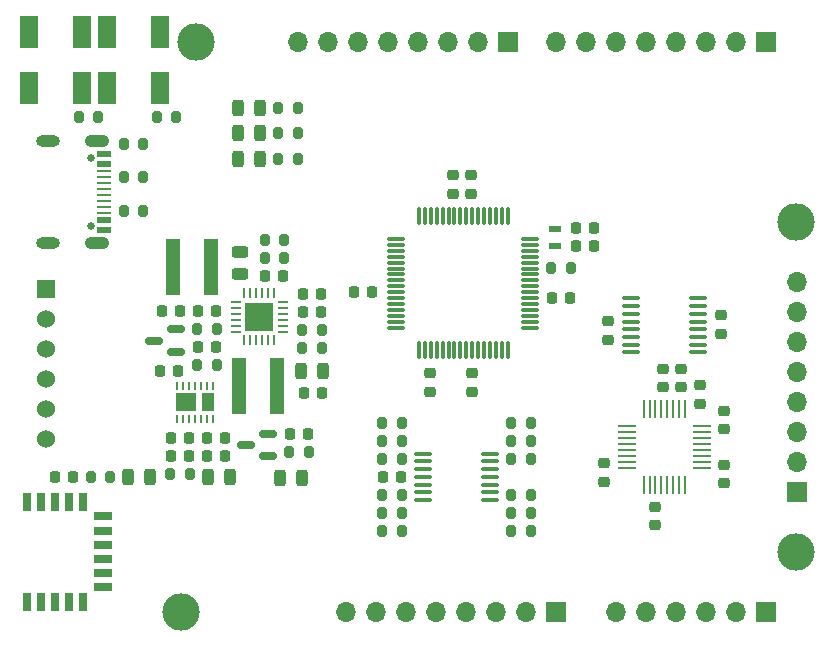
<source format=gbr>
%TF.GenerationSoftware,KiCad,Pcbnew,(6.0.7-1)-1*%
%TF.CreationDate,2023-03-19T13:44:45-04:00*%
%TF.ProjectId,smu_base,736d755f-6261-4736-952e-6b696361645f,rev?*%
%TF.SameCoordinates,Original*%
%TF.FileFunction,Soldermask,Top*%
%TF.FilePolarity,Negative*%
%FSLAX46Y46*%
G04 Gerber Fmt 4.6, Leading zero omitted, Abs format (unit mm)*
G04 Created by KiCad (PCBNEW (6.0.7-1)-1) date 2023-03-19 13:44:45*
%MOMM*%
%LPD*%
G01*
G04 APERTURE LIST*
G04 Aperture macros list*
%AMRoundRect*
0 Rectangle with rounded corners*
0 $1 Rounding radius*
0 $2 $3 $4 $5 $6 $7 $8 $9 X,Y pos of 4 corners*
0 Add a 4 corners polygon primitive as box body*
4,1,4,$2,$3,$4,$5,$6,$7,$8,$9,$2,$3,0*
0 Add four circle primitives for the rounded corners*
1,1,$1+$1,$2,$3*
1,1,$1+$1,$4,$5*
1,1,$1+$1,$6,$7*
1,1,$1+$1,$8,$9*
0 Add four rect primitives between the rounded corners*
20,1,$1+$1,$2,$3,$4,$5,0*
20,1,$1+$1,$4,$5,$6,$7,0*
20,1,$1+$1,$6,$7,$8,$9,0*
20,1,$1+$1,$8,$9,$2,$3,0*%
G04 Aperture macros list end*
%ADD10RoundRect,0.050000X-0.350000X-0.075000X0.350000X-0.075000X0.350000X0.075000X-0.350000X0.075000X0*%
%ADD11RoundRect,0.050000X0.075000X-0.350000X0.075000X0.350000X-0.075000X0.350000X-0.075000X-0.350000X0*%
%ADD12R,2.450000X2.450000*%
%ADD13C,0.609600*%
%ADD14RoundRect,0.225000X0.225000X0.250000X-0.225000X0.250000X-0.225000X-0.250000X0.225000X-0.250000X0*%
%ADD15RoundRect,0.243750X-0.243750X-0.456250X0.243750X-0.456250X0.243750X0.456250X-0.243750X0.456250X0*%
%ADD16RoundRect,0.225000X-0.225000X-0.250000X0.225000X-0.250000X0.225000X0.250000X-0.225000X0.250000X0*%
%ADD17RoundRect,0.200000X-0.200000X-0.275000X0.200000X-0.275000X0.200000X0.275000X-0.200000X0.275000X0*%
%ADD18R,1.700000X1.700000*%
%ADD19O,1.700000X1.700000*%
%ADD20R,0.250000X0.700000*%
%ADD21R,1.805000X1.650000*%
%ADD22R,1.070000X1.650000*%
%ADD23R,1.100000X0.600000*%
%ADD24RoundRect,0.225000X-0.250000X0.225000X-0.250000X-0.225000X0.250000X-0.225000X0.250000X0.225000X0*%
%ADD25RoundRect,0.243750X-0.456250X0.243750X-0.456250X-0.243750X0.456250X-0.243750X0.456250X0.243750X0*%
%ADD26RoundRect,0.075000X-0.662500X-0.075000X0.662500X-0.075000X0.662500X0.075000X-0.662500X0.075000X0*%
%ADD27RoundRect,0.075000X-0.075000X-0.662500X0.075000X-0.662500X0.075000X0.662500X-0.075000X0.662500X0*%
%ADD28RoundRect,0.200000X0.200000X0.275000X-0.200000X0.275000X-0.200000X-0.275000X0.200000X-0.275000X0*%
%ADD29RoundRect,0.225000X0.250000X-0.225000X0.250000X0.225000X-0.250000X0.225000X-0.250000X-0.225000X0*%
%ADD30C,3.175000*%
%ADD31RoundRect,0.062500X0.662500X0.062500X-0.662500X0.062500X-0.662500X-0.062500X0.662500X-0.062500X0*%
%ADD32RoundRect,0.062500X0.062500X0.662500X-0.062500X0.662500X-0.062500X-0.662500X0.062500X-0.662500X0*%
%ADD33R,0.700000X1.500000*%
%ADD34R,1.500000X0.700000*%
%ADD35C,0.650000*%
%ADD36R,1.150000X0.580000*%
%ADD37R,1.150000X0.280000*%
%ADD38O,2.100000X1.050000*%
%ADD39O,2.000000X1.000000*%
%ADD40R,1.500000X2.800000*%
%ADD41RoundRect,0.100000X-0.637500X-0.100000X0.637500X-0.100000X0.637500X0.100000X-0.637500X0.100000X0*%
%ADD42RoundRect,0.100000X0.637500X0.100000X-0.637500X0.100000X-0.637500X-0.100000X0.637500X-0.100000X0*%
%ADD43RoundRect,0.150000X0.587500X0.150000X-0.587500X0.150000X-0.587500X-0.150000X0.587500X-0.150000X0*%
%ADD44RoundRect,0.243750X0.243750X0.456250X-0.243750X0.456250X-0.243750X-0.456250X0.243750X-0.456250X0*%
%ADD45R,1.250000X4.700000*%
%ADD46R,1.524000X1.524000*%
%ADD47C,1.524000*%
G04 APERTURE END LIST*
D10*
%TO.C,U6*%
X122701000Y-105854627D03*
X122701000Y-106354627D03*
X122701000Y-106854627D03*
X122701000Y-107354627D03*
X122701000Y-107854627D03*
X122701000Y-108354627D03*
D11*
X123451000Y-109104627D03*
X123951000Y-109104627D03*
X124451000Y-109104627D03*
X124951000Y-109104627D03*
X125451000Y-109104627D03*
X125951000Y-109104627D03*
D10*
X126701000Y-108354627D03*
X126701000Y-107854627D03*
X126701000Y-107354627D03*
X126701000Y-106854627D03*
X126701000Y-106354627D03*
X126701000Y-105854627D03*
D11*
X125951000Y-105104627D03*
X125451000Y-105104627D03*
X124951000Y-105104627D03*
X124451000Y-105104627D03*
X123951000Y-105104627D03*
X123451000Y-105104627D03*
D12*
X124701000Y-107104627D03*
D13*
X124701000Y-107104627D03*
%TD*%
D14*
%TO.C,C28*%
X130061000Y-113566627D03*
X128511000Y-113566627D03*
%TD*%
D15*
%TO.C,D2*%
X122887500Y-91567000D03*
X124762500Y-91567000D03*
%TD*%
%TO.C,D1*%
X122887500Y-89408000D03*
X124762500Y-89408000D03*
%TD*%
D16*
%TO.C,C25*%
X128384000Y-106708627D03*
X129934000Y-106708627D03*
%TD*%
D17*
%TO.C,R15*%
X146050000Y-123698000D03*
X147700000Y-123698000D03*
%TD*%
D16*
%TO.C,C23*%
X127290500Y-117046427D03*
X128840500Y-117046427D03*
%TD*%
D18*
%TO.C,J5*%
X145796000Y-83820000D03*
D19*
X143256000Y-83820000D03*
X140716000Y-83820000D03*
X138176000Y-83820000D03*
X135636000Y-83820000D03*
X133096000Y-83820000D03*
X130556000Y-83820000D03*
X128016000Y-83820000D03*
%TD*%
D20*
%TO.C,U8*%
X117753000Y-115728627D03*
X118253000Y-115728627D03*
X118753000Y-115728627D03*
X119253000Y-115728627D03*
X119753000Y-115728627D03*
X120253000Y-115728627D03*
X120753000Y-115728627D03*
X120753000Y-112928627D03*
X120253000Y-112928627D03*
X119753000Y-112928627D03*
X119253000Y-112928627D03*
X118753000Y-112928627D03*
X118253000Y-112928627D03*
X117753000Y-112928627D03*
D21*
X118475500Y-114328627D03*
D13*
X118475500Y-114328627D03*
D22*
X120398000Y-114328627D03*
%TD*%
D17*
%TO.C,R4*%
X113221000Y-95250000D03*
X114871000Y-95250000D03*
%TD*%
D23*
%TO.C,Y1*%
X149733000Y-99692000D03*
X149733000Y-101092000D03*
%TD*%
D15*
%TO.C,D3*%
X122887500Y-93726000D03*
X124762500Y-93726000D03*
%TD*%
D17*
%TO.C,R22*%
X146050000Y-116078000D03*
X147700000Y-116078000D03*
%TD*%
D24*
%TO.C,C9*%
X153924000Y-119494000D03*
X153924000Y-121044000D03*
%TD*%
D16*
%TO.C,C26*%
X128384000Y-105184627D03*
X129934000Y-105184627D03*
%TD*%
D25*
%TO.C,D6*%
X123063000Y-101580127D03*
X123063000Y-103455127D03*
%TD*%
D17*
%TO.C,R30*%
X117158000Y-120424627D03*
X118808000Y-120424627D03*
%TD*%
D14*
%TO.C,C2*%
X153035000Y-101092000D03*
X151485000Y-101092000D03*
%TD*%
D17*
%TO.C,R16*%
X146050000Y-122174000D03*
X147700000Y-122174000D03*
%TD*%
D26*
%TO.C,U1*%
X136323500Y-100517000D03*
X136323500Y-101017000D03*
X136323500Y-101517000D03*
X136323500Y-102017000D03*
X136323500Y-102517000D03*
X136323500Y-103017000D03*
X136323500Y-103517000D03*
X136323500Y-104017000D03*
X136323500Y-104517000D03*
X136323500Y-105017000D03*
X136323500Y-105517000D03*
X136323500Y-106017000D03*
X136323500Y-106517000D03*
X136323500Y-107017000D03*
X136323500Y-107517000D03*
X136323500Y-108017000D03*
D27*
X138236000Y-109929500D03*
X138736000Y-109929500D03*
X139236000Y-109929500D03*
X139736000Y-109929500D03*
X140236000Y-109929500D03*
X140736000Y-109929500D03*
X141236000Y-109929500D03*
X141736000Y-109929500D03*
X142236000Y-109929500D03*
X142736000Y-109929500D03*
X143236000Y-109929500D03*
X143736000Y-109929500D03*
X144236000Y-109929500D03*
X144736000Y-109929500D03*
X145236000Y-109929500D03*
X145736000Y-109929500D03*
D26*
X147648500Y-108017000D03*
X147648500Y-107517000D03*
X147648500Y-107017000D03*
X147648500Y-106517000D03*
X147648500Y-106017000D03*
X147648500Y-105517000D03*
X147648500Y-105017000D03*
X147648500Y-104517000D03*
X147648500Y-104017000D03*
X147648500Y-103517000D03*
X147648500Y-103017000D03*
X147648500Y-102517000D03*
X147648500Y-102017000D03*
X147648500Y-101517000D03*
X147648500Y-101017000D03*
X147648500Y-100517000D03*
D27*
X145736000Y-98604500D03*
X145236000Y-98604500D03*
X144736000Y-98604500D03*
X144236000Y-98604500D03*
X143736000Y-98604500D03*
X143236000Y-98604500D03*
X142736000Y-98604500D03*
X142236000Y-98604500D03*
X141736000Y-98604500D03*
X141236000Y-98604500D03*
X140736000Y-98604500D03*
X140236000Y-98604500D03*
X139736000Y-98604500D03*
X139236000Y-98604500D03*
X138736000Y-98604500D03*
X138236000Y-98604500D03*
%TD*%
D14*
%TO.C,C32*%
X121806000Y-118900627D03*
X120256000Y-118900627D03*
%TD*%
D15*
%TO.C,D4*%
X113616500Y-120650000D03*
X115491500Y-120650000D03*
%TD*%
D28*
%TO.C,R12*%
X136778000Y-119126000D03*
X135128000Y-119126000D03*
%TD*%
D29*
%TO.C,C11*%
X164084000Y-121171000D03*
X164084000Y-119621000D03*
%TD*%
D14*
%TO.C,C20*%
X121031000Y-109629627D03*
X119481000Y-109629627D03*
%TD*%
D30*
%TO.C,REF\u002A\u002A*%
X170180000Y-127000000D03*
%TD*%
D14*
%TO.C,C8*%
X151016000Y-105537000D03*
X149466000Y-105537000D03*
%TD*%
D17*
%TO.C,R10*%
X110427000Y-120650000D03*
X112077000Y-120650000D03*
%TD*%
D31*
%TO.C,U2*%
X162204000Y-119860000D03*
X162204000Y-119360000D03*
X162204000Y-118860000D03*
X162204000Y-118360000D03*
X162204000Y-117860000D03*
X162204000Y-117360000D03*
X162204000Y-116860000D03*
X162204000Y-116360000D03*
D32*
X160754000Y-114910000D03*
X160254000Y-114910000D03*
X159754000Y-114910000D03*
X159254000Y-114910000D03*
X158754000Y-114910000D03*
X158254000Y-114910000D03*
X157754000Y-114910000D03*
X157254000Y-114910000D03*
D31*
X155804000Y-116360000D03*
X155804000Y-116860000D03*
X155804000Y-117360000D03*
X155804000Y-117860000D03*
X155804000Y-118360000D03*
X155804000Y-118860000D03*
X155804000Y-119360000D03*
X155804000Y-119860000D03*
D32*
X157254000Y-121310000D03*
X157754000Y-121310000D03*
X158254000Y-121310000D03*
X158754000Y-121310000D03*
X159254000Y-121310000D03*
X159754000Y-121310000D03*
X160254000Y-121310000D03*
X160754000Y-121310000D03*
%TD*%
D17*
%TO.C,R21*%
X146050000Y-125222000D03*
X147700000Y-125222000D03*
%TD*%
D29*
%TO.C,C12*%
X164084000Y-116599000D03*
X164084000Y-115049000D03*
%TD*%
D17*
%TO.C,R23*%
X119444000Y-111153627D03*
X121094000Y-111153627D03*
%TD*%
D18*
%TO.C,J6*%
X170205000Y-121920000D03*
D19*
X170205000Y-119380000D03*
X170205000Y-116840000D03*
X170205000Y-114300000D03*
X170205000Y-111760000D03*
X170205000Y-109220000D03*
X170205000Y-106680000D03*
X170205000Y-104140000D03*
%TD*%
D33*
%TO.C,U7*%
X105004000Y-131250000D03*
X106204000Y-131250000D03*
X107404000Y-131250000D03*
X108604000Y-131250000D03*
X109804000Y-131250000D03*
D34*
X111454000Y-130000000D03*
X111454000Y-128800000D03*
X111454000Y-127600000D03*
X111454000Y-126400000D03*
X111454000Y-125200000D03*
X111454000Y-124000000D03*
D33*
X109804000Y-122750000D03*
X108604000Y-122750000D03*
X107404000Y-122750000D03*
X106204000Y-122750000D03*
X105004000Y-122750000D03*
%TD*%
D18*
%TO.C,J3*%
X149845000Y-132105000D03*
D19*
X147305000Y-132105000D03*
X144765000Y-132105000D03*
X142225000Y-132105000D03*
X139685000Y-132105000D03*
X137145000Y-132105000D03*
X134605000Y-132105000D03*
X132065000Y-132105000D03*
%TD*%
D16*
%TO.C,C29*%
X117208000Y-117376627D03*
X118758000Y-117376627D03*
%TD*%
%TO.C,C31*%
X117208000Y-118900627D03*
X118758000Y-118900627D03*
%TD*%
D28*
%TO.C,R14*%
X136778000Y-122174000D03*
X135128000Y-122174000D03*
%TD*%
D35*
%TO.C,J1*%
X110487000Y-99410000D03*
X110487000Y-93630000D03*
D36*
X111562000Y-93320000D03*
X111562000Y-94120000D03*
D37*
X111562000Y-95270000D03*
X111562000Y-96270000D03*
X111562000Y-96770000D03*
X111562000Y-97770000D03*
D36*
X111562000Y-99720000D03*
X111562000Y-98920000D03*
D37*
X111562000Y-98270000D03*
X111562000Y-97270000D03*
X111562000Y-95770000D03*
X111562000Y-94770000D03*
D38*
X110987000Y-92200000D03*
D39*
X106807000Y-92200000D03*
X106807000Y-100840000D03*
D38*
X110987000Y-100840000D03*
%TD*%
D16*
%TO.C,C21*%
X116446000Y-106581627D03*
X117996000Y-106581627D03*
%TD*%
D29*
%TO.C,C1*%
X141097000Y-96660000D03*
X141097000Y-95110000D03*
%TD*%
D40*
%TO.C,S2*%
X111796000Y-87744000D03*
X111796000Y-82944000D03*
X116296000Y-82944000D03*
X116296000Y-87744000D03*
%TD*%
D17*
%TO.C,R24*%
X119444000Y-108105627D03*
X121094000Y-108105627D03*
%TD*%
D41*
%TO.C,U4*%
X138551500Y-118700000D03*
X138551500Y-119350000D03*
X138551500Y-120000000D03*
X138551500Y-120650000D03*
X138551500Y-121300000D03*
X138551500Y-121950000D03*
X138551500Y-122600000D03*
X144276500Y-122600000D03*
X144276500Y-121950000D03*
X144276500Y-121300000D03*
X144276500Y-120650000D03*
X144276500Y-120000000D03*
X144276500Y-119350000D03*
X144276500Y-118700000D03*
%TD*%
D29*
%TO.C,C6*%
X139192000Y-113424000D03*
X139192000Y-111874000D03*
%TD*%
D17*
%TO.C,R25*%
X127240500Y-118570427D03*
X128890500Y-118570427D03*
%TD*%
D18*
%TO.C,J4*%
X167625000Y-83845000D03*
D19*
X165085000Y-83845000D03*
X162545000Y-83845000D03*
X160005000Y-83845000D03*
X157465000Y-83845000D03*
X154925000Y-83845000D03*
X152385000Y-83845000D03*
X149845000Y-83845000D03*
%TD*%
D42*
%TO.C,U3*%
X161866500Y-110098000D03*
X161866500Y-109448000D03*
X161866500Y-108798000D03*
X161866500Y-108148000D03*
X161866500Y-107498000D03*
X161866500Y-106848000D03*
X161866500Y-106198000D03*
X161866500Y-105548000D03*
X156141500Y-105548000D03*
X156141500Y-106198000D03*
X156141500Y-106848000D03*
X156141500Y-107498000D03*
X156141500Y-108148000D03*
X156141500Y-108798000D03*
X156141500Y-109448000D03*
X156141500Y-110098000D03*
%TD*%
D30*
%TO.C,REF\u002A\u002A*%
X119380000Y-83820000D03*
%TD*%
D28*
%TO.C,R1*%
X111061000Y-90170000D03*
X109411000Y-90170000D03*
%TD*%
D29*
%TO.C,C18*%
X160401000Y-113043000D03*
X160401000Y-111493000D03*
%TD*%
D16*
%TO.C,C30*%
X120256000Y-117376627D03*
X121806000Y-117376627D03*
%TD*%
D17*
%TO.C,R6*%
X126302000Y-89408000D03*
X127952000Y-89408000D03*
%TD*%
%TO.C,R28*%
X125159000Y-100612627D03*
X126809000Y-100612627D03*
%TD*%
D28*
%TO.C,R13*%
X136778000Y-123698000D03*
X135128000Y-123698000D03*
%TD*%
D43*
%TO.C,U5*%
X125447000Y-118885427D03*
X125447000Y-116985427D03*
X123572000Y-117935427D03*
%TD*%
D30*
%TO.C,REF\u002A\u002A*%
X170180000Y-99060000D03*
%TD*%
D18*
%TO.C,J7*%
X167615000Y-132105000D03*
D19*
X165075000Y-132105000D03*
X162535000Y-132105000D03*
X159995000Y-132105000D03*
X157455000Y-132105000D03*
X154915000Y-132105000D03*
%TD*%
D16*
%TO.C,C5*%
X132702000Y-105029000D03*
X134252000Y-105029000D03*
%TD*%
D44*
%TO.C,D8*%
X122222500Y-120678627D03*
X120347500Y-120678627D03*
%TD*%
D40*
%TO.C,S1*%
X109692000Y-82944000D03*
X109692000Y-87744000D03*
X105192000Y-82944000D03*
X105192000Y-87744000D03*
%TD*%
D24*
%TO.C,C10*%
X154275000Y-107475000D03*
X154275000Y-109025000D03*
%TD*%
D14*
%TO.C,C22*%
X121044000Y-106581627D03*
X119494000Y-106581627D03*
%TD*%
D28*
%TO.C,R26*%
X129984000Y-108254627D03*
X128334000Y-108254627D03*
%TD*%
D17*
%TO.C,R5*%
X113221000Y-92456000D03*
X114871000Y-92456000D03*
%TD*%
D45*
%TO.C,L2*%
X126212000Y-112931627D03*
X122962000Y-112931627D03*
%TD*%
D17*
%TO.C,R17*%
X146050000Y-117602000D03*
X147700000Y-117602000D03*
%TD*%
D14*
%TO.C,C19*%
X136728000Y-120650000D03*
X135178000Y-120650000D03*
%TD*%
D29*
%TO.C,C15*%
X163800000Y-108517000D03*
X163800000Y-106967000D03*
%TD*%
%TO.C,C13*%
X162052000Y-114440000D03*
X162052000Y-112890000D03*
%TD*%
D16*
%TO.C,C16*%
X107429000Y-120650000D03*
X108979000Y-120650000D03*
%TD*%
D17*
%TO.C,R7*%
X126302000Y-91567000D03*
X127952000Y-91567000D03*
%TD*%
D24*
%TO.C,C17*%
X158242000Y-123177000D03*
X158242000Y-124727000D03*
%TD*%
D29*
%TO.C,C7*%
X142748000Y-113424000D03*
X142748000Y-111874000D03*
%TD*%
D17*
%TO.C,R3*%
X116015000Y-90170000D03*
X117665000Y-90170000D03*
%TD*%
D28*
%TO.C,R19*%
X136778000Y-116078000D03*
X135128000Y-116078000D03*
%TD*%
D16*
%TO.C,C24*%
X125209000Y-103660627D03*
X126759000Y-103660627D03*
%TD*%
D30*
%TO.C,REF\u002A\u002A*%
X118110000Y-132080000D03*
%TD*%
D17*
%TO.C,R2*%
X113221000Y-98171000D03*
X114871000Y-98171000D03*
%TD*%
D15*
%TO.C,D7*%
X128221500Y-111661627D03*
X130096500Y-111661627D03*
%TD*%
D29*
%TO.C,C14*%
X158877000Y-113043000D03*
X158877000Y-111493000D03*
%TD*%
D28*
%TO.C,R27*%
X129984000Y-109756627D03*
X128334000Y-109756627D03*
%TD*%
D29*
%TO.C,C4*%
X142621000Y-96660000D03*
X142621000Y-95110000D03*
%TD*%
D45*
%TO.C,L1*%
X117374000Y-102898627D03*
X120624000Y-102898627D03*
%TD*%
D17*
%TO.C,R29*%
X125159000Y-102136627D03*
X126809000Y-102136627D03*
%TD*%
D16*
%TO.C,C27*%
X116319000Y-111661627D03*
X117869000Y-111661627D03*
%TD*%
D28*
%TO.C,R11*%
X136778000Y-117602000D03*
X135128000Y-117602000D03*
%TD*%
%TO.C,R20*%
X136778000Y-125222000D03*
X135128000Y-125222000D03*
%TD*%
D17*
%TO.C,R8*%
X126302000Y-93726000D03*
X127952000Y-93726000D03*
%TD*%
%TO.C,R18*%
X146050000Y-119126000D03*
X147700000Y-119126000D03*
%TD*%
D28*
%TO.C,R9*%
X151066000Y-102997000D03*
X149416000Y-102997000D03*
%TD*%
D46*
%TO.C,J2*%
X106680000Y-104775000D03*
D47*
X106680000Y-107315000D03*
X106680000Y-109855000D03*
X106680000Y-112395000D03*
X106680000Y-114935000D03*
X106680000Y-117475000D03*
%TD*%
D44*
%TO.C,D5*%
X128368000Y-120729427D03*
X126493000Y-120729427D03*
%TD*%
D43*
%TO.C,Q1*%
X117650500Y-110071627D03*
X117650500Y-108171627D03*
X115775500Y-109121627D03*
%TD*%
D14*
%TO.C,C3*%
X153035000Y-99568000D03*
X151485000Y-99568000D03*
%TD*%
M02*

</source>
